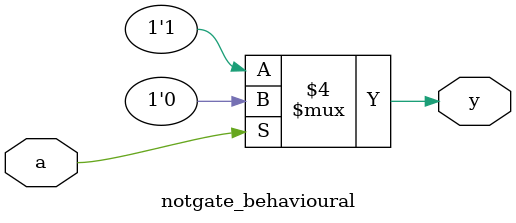
<source format=v>
module notgate_behavioural(a, y);

input a;
output reg y;

always@(a, y)
begin
    if (a == 0)
        y = 1;
    else
        y = 0;
end

endmodule
</source>
